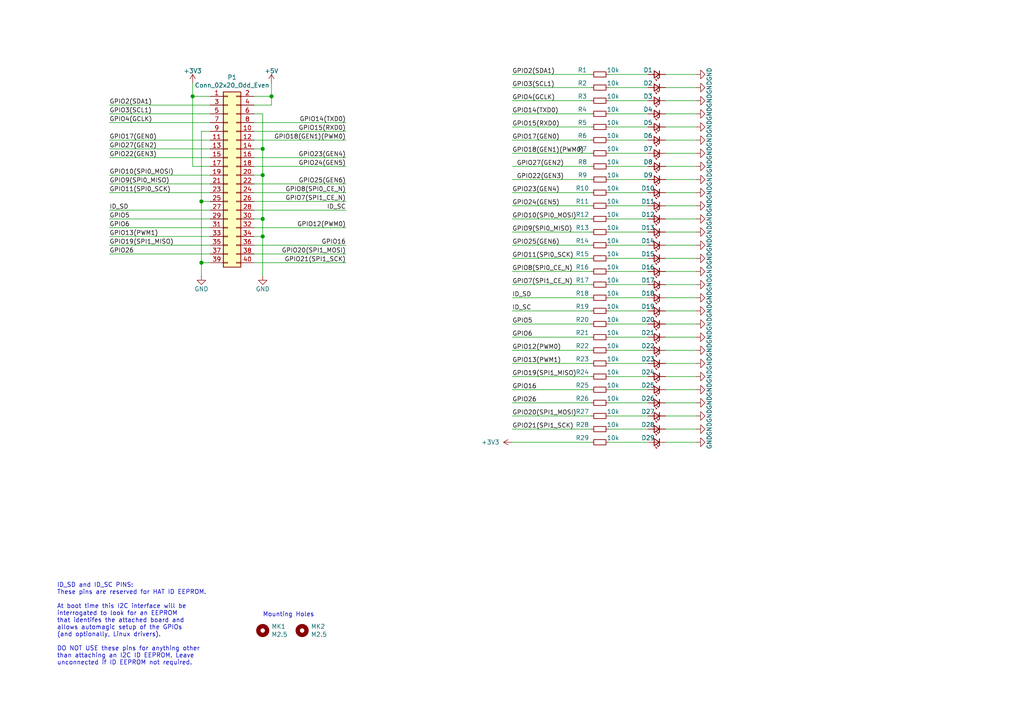
<source format=kicad_sch>
(kicad_sch (version 20211123) (generator eeschema)
  (paper "A4")
  (title_block (date "15 nov 2012"))
  (lib_symbols
    (symbol "Connector_Generic:Conn_02x20_Odd_Even" (pin_names (offset 1.016) hide)
      (property "Reference" "J" (at 1.27 25.4 0))
      (property "Value" "Conn_02x20_Odd_Even" (at 1.27 -27.94 0))
      (symbol "Conn_02x20_Odd_Even_1_1"
        (rectangle (start -1.27 -25.273) (end 0 -25.527) (stroke (width 0.1524)))
        (rectangle (start -1.27 -22.733) (end 0 -22.987) (stroke (width 0.1524)))
        (rectangle (start -1.27 -20.193) (end 0 -20.447) (stroke (width 0.1524)))
        (rectangle (start -1.27 -17.653) (end 0 -17.907) (stroke (width 0.1524)))
        (rectangle (start -1.27 -15.113) (end 0 -15.367) (stroke (width 0.1524)))
        (rectangle (start -1.27 -12.573) (end 0 -12.827) (stroke (width 0.1524)))
        (rectangle (start -1.27 -10.033) (end 0 -10.287) (stroke (width 0.1524)))
        (rectangle (start -1.27 -7.493) (end 0 -7.747) (stroke (width 0.1524)))
        (rectangle (start -1.27 -4.953) (end 0 -5.207) (stroke (width 0.1524)))
        (rectangle (start -1.27 -2.413) (end 0 -2.667) (stroke (width 0.1524)))
        (rectangle (start -1.27 0.127) (end 0 -0.127) (stroke (width 0.1524)))
        (rectangle (start -1.27 2.667) (end 0 2.413) (stroke (width 0.1524)))
        (rectangle (start -1.27 5.207) (end 0 4.953) (stroke (width 0.1524)))
        (rectangle (start -1.27 7.747) (end 0 7.493) (stroke (width 0.1524)))
        (rectangle (start -1.27 10.287) (end 0 10.033) (stroke (width 0.1524)))
        (rectangle (start -1.27 12.827) (end 0 12.573) (stroke (width 0.1524)))
        (rectangle (start -1.27 15.367) (end 0 15.113) (stroke (width 0.1524)))
        (rectangle (start -1.27 17.907) (end 0 17.653) (stroke (width 0.1524)))
        (rectangle (start -1.27 20.447) (end 0 20.193) (stroke (width 0.1524)))
        (rectangle (start -1.27 22.987) (end 0 22.733) (stroke (width 0.1524)))
        (rectangle (start -1.27 24.13) (end 3.81 -26.67) (stroke (width 0.254)) (fill (type background)))
        (rectangle (start 3.81 -25.273) (end 2.54 -25.527) (stroke (width 0.1524)))
        (rectangle (start 3.81 -22.733) (end 2.54 -22.987) (stroke (width 0.1524)))
        (rectangle (start 3.81 -20.193) (end 2.54 -20.447) (stroke (width 0.1524)))
        (rectangle (start 3.81 -17.653) (end 2.54 -17.907) (stroke (width 0.1524)))
        (rectangle (start 3.81 -15.113) (end 2.54 -15.367) (stroke (width 0.1524)))
        (rectangle (start 3.81 -12.573) (end 2.54 -12.827) (stroke (width 0.1524)))
        (rectangle (start 3.81 -10.033) (end 2.54 -10.287) (stroke (width 0.1524)))
        (rectangle (start 3.81 -7.493) (end 2.54 -7.747) (stroke (width 0.1524)))
        (rectangle (start 3.81 -4.953) (end 2.54 -5.207) (stroke (width 0.1524)))
        (rectangle (start 3.81 -2.413) (end 2.54 -2.667) (stroke (width 0.1524)))
        (rectangle (start 3.81 0.127) (end 2.54 -0.127) (stroke (width 0.1524)))
        (rectangle (start 3.81 2.667) (end 2.54 2.413) (stroke (width 0.1524)))
        (rectangle (start 3.81 5.207) (end 2.54 4.953) (stroke (width 0.1524)))
        (rectangle (start 3.81 7.747) (end 2.54 7.493) (stroke (width 0.1524)))
        (rectangle (start 3.81 10.287) (end 2.54 10.033) (stroke (width 0.1524)))
        (rectangle (start 3.81 12.827) (end 2.54 12.573) (stroke (width 0.1524)))
        (rectangle (start 3.81 15.367) (end 2.54 15.113) (stroke (width 0.1524)))
        (rectangle (start 3.81 17.907) (end 2.54 17.653) (stroke (width 0.1524)))
        (rectangle (start 3.81 20.447) (end 2.54 20.193) (stroke (width 0.1524)))
        (rectangle (start 3.81 22.987) (end 2.54 22.733) (stroke (width 0.1524)))
        (pin passive line (at -5.08 22.86 0) (length 3.81) (name "Pin_1") (number "1"))
        (pin passive line (at 7.62 12.7 180) (length 3.81) (name "Pin_10") (number "10"))
        (pin passive line (at -5.08 10.16 0) (length 3.81) (name "Pin_11") (number "11"))
        (pin passive line (at 7.62 10.16 180) (length 3.81) (name "Pin_12") (number "12"))
        (pin passive line (at -5.08 7.62 0) (length 3.81) (name "Pin_13") (number "13"))
        (pin passive line (at 7.62 7.62 180) (length 3.81) (name "Pin_14") (number "14"))
        (pin passive line (at -5.08 5.08 0) (length 3.81) (name "Pin_15") (number "15"))
        (pin passive line (at 7.62 5.08 180) (length 3.81) (name "Pin_16") (number "16"))
        (pin passive line (at -5.08 2.54 0) (length 3.81) (name "Pin_17") (number "17"))
        (pin passive line (at 7.62 2.54 180) (length 3.81) (name "Pin_18") (number "18"))
        (pin passive line (at -5.08 0 0) (length 3.81) (name "Pin_19") (number "19"))
        (pin passive line (at 7.62 22.86 180) (length 3.81) (name "Pin_2") (number "2"))
        (pin passive line (at 7.62 0 180) (length 3.81) (name "Pin_20") (number "20"))
        (pin passive line (at -5.08 -2.54 0) (length 3.81) (name "Pin_21") (number "21"))
        (pin passive line (at 7.62 -2.54 180) (length 3.81) (name "Pin_22") (number "22"))
        (pin passive line (at -5.08 -5.08 0) (length 3.81) (name "Pin_23") (number "23"))
        (pin passive line (at 7.62 -5.08 180) (length 3.81) (name "Pin_24") (number "24"))
        (pin passive line (at -5.08 -7.62 0) (length 3.81) (name "Pin_25") (number "25"))
        (pin passive line (at 7.62 -7.62 180) (length 3.81) (name "Pin_26") (number "26"))
        (pin passive line (at -5.08 -10.16 0) (length 3.81) (name "Pin_27") (number "27"))
        (pin passive line (at 7.62 -10.16 180) (length 3.81) (name "Pin_28") (number "28"))
        (pin passive line (at -5.08 -12.7 0) (length 3.81) (name "Pin_29") (number "29"))
        (pin passive line (at -5.08 20.32 0) (length 3.81) (name "Pin_3") (number "3"))
        (pin passive line (at 7.62 -12.7 180) (length 3.81) (name "Pin_30") (number "30"))
        (pin passive line (at -5.08 -15.24 0) (length 3.81) (name "Pin_31") (number "31"))
        (pin passive line (at 7.62 -15.24 180) (length 3.81) (name "Pin_32") (number "32"))
        (pin passive line (at -5.08 -17.78 0) (length 3.81) (name "Pin_33") (number "33"))
        (pin passive line (at 7.62 -17.78 180) (length 3.81) (name "Pin_34") (number "34"))
        (pin passive line (at -5.08 -20.32 0) (length 3.81) (name "Pin_35") (number "35"))
        (pin passive line (at 7.62 -20.32 180) (length 3.81) (name "Pin_36") (number "36"))
        (pin passive line (at -5.08 -22.86 0) (length 3.81) (name "Pin_37") (number "37"))
        (pin passive line (at 7.62 -22.86 180) (length 3.81) (name "Pin_38") (number "38"))
        (pin passive line (at -5.08 -25.4 0) (length 3.81) (name "Pin_39") (number "39"))
        (pin passive line (at 7.62 20.32 180) (length 3.81) (name "Pin_4") (number "4"))
        (pin passive line (at 7.62 -25.4 180) (length 3.81) (name "Pin_40") (number "40"))
        (pin passive line (at -5.08 17.78 0) (length 3.81) (name "Pin_5") (number "5"))
        (pin passive line (at 7.62 17.78 180) (length 3.81) (name "Pin_6") (number "6"))
        (pin passive line (at -5.08 15.24 0) (length 3.81) (name "Pin_7") (number "7"))
        (pin passive line (at 7.62 15.24 180) (length 3.81) (name "Pin_8") (number "8"))
        (pin passive line (at -5.08 12.7 0) (length 3.81) (name "Pin_9") (number "9"))
      )
    )
    (symbol "Device:LED_Small" (pin_numbers hide) (pin_names (offset 0.254) hide)
      (property "Reference" "D" (at -1.27 3.175 0))
      (property "Value" "LED_Small" (at -4.445 -2.54 0))
      (symbol "LED_Small_0_1"
        (polyline (pts (xy -0.762 -1.016) (xy -0.762 1.016)) (stroke (width 0.254)))
        (polyline (pts (xy 1.016 0) (xy -0.762 0)))
        (polyline (pts (xy 0.762 -1.016) (xy -0.762 0) (xy 0.762 1.016) (xy 0.762 -1.016)) (stroke (width 0.254)))
        (polyline (pts (xy 0 0.762) (xy -0.508 1.27) (xy -0.254 1.27) (xy -0.508 1.27) (xy -0.508 1.016)))
        (polyline (pts (xy 0.508 1.27) (xy 0 1.778) (xy 0.254 1.778) (xy 0 1.778) (xy 0 1.524)))
      )
      (symbol "LED_Small_1_1"
        (pin passive line (at -2.54 0 0) (length 1.778) (name "K") (number "1"))
        (pin passive line (at 2.54 0 180) (length 1.778) (name "A") (number "2"))
      )
    )
    (symbol "Device:R_Small" (pin_numbers hide) (pin_names (offset 0.254) hide)
      (property "Reference" "R" (at 0.762 0.508 0))
      (property "Value" "R_Small" (at 0.762 -1.016 0))
      (symbol "R_Small_0_1"
        (rectangle (start -0.762 1.778) (end 0.762 -1.778) (stroke (width 0.2032)))
      )
      (symbol "R_Small_1_1"
        (pin passive line (at 0 2.54 270) (length 0.762) (name "~") (number "1"))
        (pin passive line (at 0 -2.54 90) (length 0.762) (name "~") (number "2"))
      )
    )
    (symbol "Mechanical:MountingHole" (pin_names (offset 1.016))
      (property "Reference" "H" (at 0 5.08 0))
      (property "Value" "MountingHole" (at 0 3.175 0))
      (symbol "MountingHole_0_1"
        (circle (center 0 0) (radius 1.27) (stroke (width 1.27)))
      )
    )
    (symbol "power:+3.3V" (power) (pin_names (offset 0))
      (property "Value" "+3.3V" (at 0 3.556 0))
      (symbol "+3.3V_0_1"
        (polyline (pts (xy -0.762 1.27) (xy 0 2.54)))
        (polyline (pts (xy 0 0) (xy 0 2.54)))
        (polyline (pts (xy 0 2.54) (xy 0.762 1.27)))
      )
      (symbol "+3.3V_1_1"
        (pin power_in line (at 0 0 90) (length 0) hide (name "+3V3") (number "1"))
      )
    )
    (symbol "power:+5V" (power) (pin_names (offset 0))
      (property "Value" "+5V" (at 0 3.556 0))
      (symbol "+5V_0_1"
        (polyline (pts (xy -0.762 1.27) (xy 0 2.54)))
        (polyline (pts (xy 0 0) (xy 0 2.54)))
        (polyline (pts (xy 0 2.54) (xy 0.762 1.27)))
      )
      (symbol "+5V_1_1"
        (pin power_in line (at 0 0 90) (length 0) hide (name "+5V") (number "1"))
      )
    )
    (symbol "power:GND" (power) (pin_names (offset 0))
      (property "Value" "GND" (at 0 -3.81 0))
      (symbol "GND_0_1"
        (polyline (pts (xy 0 0) (xy 0 -1.27) (xy 1.27 -1.27) (xy 0 -2.54) (xy -1.27 -1.27) (xy 0 -1.27)))
      )
      (symbol "GND_1_1"
        (pin power_in line (at 0 0 270) (length 0) hide (name "GND") (number "1"))
      )
    )
  )
  (junction (at 55.88 27.94) (diameter 1.016))
  (junction (at 76.2 43.18) (diameter 1.016))
  (junction (at 58.42 58.42) (diameter 1.016))
  (junction (at 58.42 76.2) (diameter 1.016))
  (junction (at 76.2 68.58) (diameter 1.016))
  (junction (at 78.74 27.94) (diameter 1.016))
  (junction (at 76.2 63.5) (diameter 1.016))
  (junction (at 76.2 50.8) (diameter 1.016))
  (wire (pts (xy 176.53 93.98) (xy 187.96 93.98)))
  (wire (pts (xy 148.59 52.07) (xy 171.4808 52.07)))
  (wire (pts (xy 176.5608 48.26) (xy 187.9908 48.26)))
  (wire (pts (xy 176.53 120.65) (xy 187.96 120.65)))
  (wire (pts (xy 176.53 109.22) (xy 187.96 109.22)))
  (wire (pts (xy 55.88 27.94) (xy 60.96 27.94)))
  (wire (pts (xy 176.53 116.84) (xy 187.96 116.84)))
  (wire (pts (xy 193.04 90.17) (xy 201.93 90.17)))
  (wire (pts (xy 148.59 109.22) (xy 171.45 109.22)))
  (wire (pts (xy 73.66 71.12) (xy 100.33 71.12)))
  (wire (pts (xy 78.74 27.94) (xy 78.74 30.48)))
  (wire (pts (xy 193.04 29.21) (xy 201.93 29.21)))
  (wire (pts (xy 193.04 40.64) (xy 201.93 40.64)))
  (wire (pts (xy 176.53 78.74) (xy 187.96 78.74)))
  (wire (pts (xy 176.53 86.36) (xy 187.96 86.36)))
  (wire (pts (xy 176.53 25.4) (xy 187.96 25.4)))
  (wire (pts (xy 193.04 55.88) (xy 201.93 55.88)))
  (wire (pts (xy 148.59 40.64) (xy 171.45 40.64)))
  (wire (pts (xy 76.2 43.18) (xy 76.2 50.8)))
  (wire (pts (xy 193.04 120.65) (xy 201.93 120.65)))
  (wire (pts (xy 73.66 35.56) (xy 100.33 35.56)))
  (wire (pts (xy 176.53 90.17) (xy 187.96 90.17)))
  (wire (pts (xy 193.04 124.46) (xy 201.93 124.46)))
  (wire (pts (xy 148.59 71.12) (xy 171.45 71.12)))
  (wire (pts (xy 148.59 82.55) (xy 171.45 82.55)))
  (wire (pts (xy 193.04 101.6) (xy 201.93 101.6)))
  (wire (pts (xy 76.2 33.02) (xy 73.66 33.02)))
  (wire (pts (xy 73.66 66.04) (xy 100.33 66.04)))
  (wire (pts (xy 148.59 124.46) (xy 171.45 124.46)))
  (wire (pts (xy 31.75 53.34) (xy 60.96 53.34)))
  (wire (pts (xy 60.96 60.96) (xy 31.75 60.96)))
  (wire (pts (xy 148.59 67.31) (xy 171.45 67.31)))
  (wire (pts (xy 148.59 113.03) (xy 171.45 113.03)))
  (wire (pts (xy 76.2 43.18) (xy 73.66 43.18)))
  (wire (pts (xy 55.88 27.94) (xy 55.88 48.26)))
  (wire (pts (xy 31.75 63.5) (xy 60.96 63.5)))
  (wire (pts (xy 176.53 33.02) (xy 187.96 33.02)))
  (wire (pts (xy 176.53 63.5) (xy 187.96 63.5)))
  (wire (pts (xy 58.42 38.1) (xy 60.96 38.1)))
  (wire (pts (xy 193.04 128.27) (xy 201.93 128.27)))
  (wire (pts (xy 148.59 105.41) (xy 171.45 105.41)))
  (wire (pts (xy 76.2 50.8) (xy 73.66 50.8)))
  (wire (pts (xy 60.96 30.48) (xy 31.75 30.48)))
  (wire (pts (xy 73.66 76.2) (xy 100.33 76.2)))
  (wire (pts (xy 148.59 33.02) (xy 171.45 33.02)))
  (wire (pts (xy 176.53 59.69) (xy 187.96 59.69)))
  (wire (pts (xy 193.04 71.12) (xy 201.93 71.12)))
  (wire (pts (xy 176.53 29.21) (xy 187.96 29.21)))
  (wire (pts (xy 31.75 71.12) (xy 60.96 71.12)))
  (wire (pts (xy 31.75 45.72) (xy 60.96 45.72)))
  (wire (pts (xy 176.53 21.59) (xy 187.96 21.59)))
  (wire (pts (xy 148.59 120.65) (xy 171.45 120.65)))
  (wire (pts (xy 176.53 82.55) (xy 187.96 82.55)))
  (wire (pts (xy 193.04 21.59) (xy 201.93 21.59)))
  (wire (pts (xy 73.66 58.42) (xy 100.33 58.42)))
  (wire (pts (xy 31.75 73.66) (xy 60.96 73.66)))
  (wire (pts (xy 193.04 86.36) (xy 201.93 86.36)))
  (wire (pts (xy 148.59 78.74) (xy 171.45 78.74)))
  (wire (pts (xy 193.04 44.45) (xy 201.93 44.45)))
  (wire (pts (xy 73.66 48.26) (xy 100.33 48.26)))
  (wire (pts (xy 148.59 101.6) (xy 171.45 101.6)))
  (wire (pts (xy 55.88 48.26) (xy 60.96 48.26)))
  (wire (pts (xy 60.96 50.8) (xy 31.75 50.8)))
  (wire (pts (xy 31.75 33.02) (xy 60.96 33.02)))
  (wire (pts (xy 76.2 63.5) (xy 76.2 68.58)))
  (wire (pts (xy 58.42 58.42) (xy 58.42 76.2)))
  (wire (pts (xy 193.04 33.02) (xy 201.93 33.02)))
  (wire (pts (xy 193.04 105.41) (xy 201.93 105.41)))
  (wire (pts (xy 78.74 27.94) (xy 73.66 27.94)))
  (wire (pts (xy 193.04 78.74) (xy 201.93 78.74)))
  (wire (pts (xy 148.59 116.84) (xy 171.45 116.84)))
  (wire (pts (xy 78.74 30.48) (xy 73.66 30.48)))
  (wire (pts (xy 148.59 25.4) (xy 171.45 25.4)))
  (wire (pts (xy 193.0708 52.07) (xy 201.9608 52.07)))
  (wire (pts (xy 58.42 76.2) (xy 60.96 76.2)))
  (wire (pts (xy 193.04 82.55) (xy 201.93 82.55)))
  (wire (pts (xy 148.59 36.83) (xy 171.45 36.83)))
  (wire (pts (xy 148.59 74.93) (xy 171.45 74.93)))
  (wire (pts (xy 176.53 128.27) (xy 187.96 128.27)))
  (wire (pts (xy 58.42 38.1) (xy 58.42 58.42)))
  (wire (pts (xy 73.66 53.34) (xy 100.33 53.34)))
  (wire (pts (xy 176.53 40.64) (xy 187.96 40.64)))
  (wire (pts (xy 176.53 67.31) (xy 187.96 67.31)))
  (wire (pts (xy 193.04 113.03) (xy 201.93 113.03)))
  (wire (pts (xy 176.53 124.46) (xy 187.96 124.46)))
  (wire (pts (xy 148.59 29.21) (xy 171.45 29.21)))
  (wire (pts (xy 193.04 36.83) (xy 201.93 36.83)))
  (wire (pts (xy 148.6208 48.26) (xy 171.4808 48.26)))
  (wire (pts (xy 193.04 93.98) (xy 201.93 93.98)))
  (wire (pts (xy 148.59 44.45) (xy 171.45 44.45)))
  (wire (pts (xy 148.59 21.59) (xy 171.45 21.59)))
  (wire (pts (xy 76.2 33.02) (xy 76.2 43.18)))
  (wire (pts (xy 76.2 63.5) (xy 73.66 63.5)))
  (wire (pts (xy 176.5608 52.07) (xy 187.9908 52.07)))
  (wire (pts (xy 176.53 71.12) (xy 187.96 71.12)))
  (wire (pts (xy 193.04 67.31) (xy 201.93 67.31)))
  (wire (pts (xy 148.59 55.88) (xy 171.45 55.88)))
  (wire (pts (xy 76.2 68.58) (xy 76.2 80.01)))
  (wire (pts (xy 193.04 25.4) (xy 201.93 25.4)))
  (wire (pts (xy 31.75 55.88) (xy 60.96 55.88)))
  (wire (pts (xy 76.2 68.58) (xy 73.66 68.58)))
  (wire (pts (xy 31.75 66.04) (xy 60.96 66.04)))
  (wire (pts (xy 31.75 35.56) (xy 60.96 35.56)))
  (wire (pts (xy 176.53 74.93) (xy 187.96 74.93)))
  (wire (pts (xy 176.53 105.41) (xy 187.96 105.41)))
  (wire (pts (xy 193.04 74.93) (xy 201.93 74.93)))
  (wire (pts (xy 176.53 55.88) (xy 187.96 55.88)))
  (wire (pts (xy 31.75 43.18) (xy 60.96 43.18)))
  (wire (pts (xy 58.42 76.2) (xy 58.42 80.01)))
  (wire (pts (xy 76.2 50.8) (xy 76.2 63.5)))
  (wire (pts (xy 73.66 38.1) (xy 100.33 38.1)))
  (wire (pts (xy 193.04 116.84) (xy 201.93 116.84)))
  (wire (pts (xy 193.0708 48.26) (xy 201.9608 48.26)))
  (wire (pts (xy 148.59 93.98) (xy 171.45 93.98)))
  (wire (pts (xy 73.66 60.96) (xy 100.33 60.96)))
  (wire (pts (xy 148.59 63.5) (xy 171.45 63.5)))
  (wire (pts (xy 176.53 101.6) (xy 187.96 101.6)))
  (wire (pts (xy 55.88 24.13) (xy 55.88 27.94)))
  (wire (pts (xy 73.66 40.64) (xy 100.33 40.64)))
  (wire (pts (xy 148.59 97.79) (xy 171.45 97.79)))
  (wire (pts (xy 73.66 55.88) (xy 100.33 55.88)))
  (wire (pts (xy 193.04 59.69) (xy 201.93 59.69)))
  (wire (pts (xy 148.59 128.27) (xy 171.45 128.27)))
  (wire (pts (xy 73.66 45.72) (xy 100.33 45.72)))
  (wire (pts (xy 60.96 40.64) (xy 31.75 40.64)))
  (wire (pts (xy 148.59 86.36) (xy 171.45 86.36)))
  (wire (pts (xy 73.66 73.66) (xy 100.33 73.66)))
  (wire (pts (xy 176.53 113.03) (xy 187.96 113.03)))
  (wire (pts (xy 58.42 58.42) (xy 60.96 58.42)))
  (wire (pts (xy 78.74 24.13) (xy 78.74 27.94)))
  (wire (pts (xy 176.53 44.45) (xy 187.96 44.45)))
  (wire (pts (xy 193.04 109.22) (xy 201.93 109.22)))
  (wire (pts (xy 193.04 63.5) (xy 201.93 63.5)))
  (wire (pts (xy 148.59 59.69) (xy 171.45 59.69)))
  (wire (pts (xy 148.59 90.17) (xy 171.45 90.17)))
  (wire (pts (xy 176.53 36.83) (xy 187.96 36.83)))
  (wire (pts (xy 193.04 97.79) (xy 201.93 97.79)))
  (wire (pts (xy 60.96 68.58) (xy 31.75 68.58)))
  (wire (pts (xy 176.53 97.79) (xy 187.96 97.79)))
  (text "ID_SD and ID_SC PINS:\nThese pins are reserved for HAT ID EEPROM.\n\nAt boot time this I2C interface will be\ninterrogated to look for an EEPROM\nthat identifes the attached board and\nallows automagic setup of the GPIOs\n(and optionally, Linux drivers).\n\nDO NOT USE these pins for anything other\nthan attaching an I2C ID EEPROM. Leave\nunconnected if ID EEPROM not required." (at 16.51 193.04 0) (effects (font (size 1.27 1.27)) (justify left bottom)))
  (text "Mounting Holes" (at 76.2 179.07 0) (effects (font (size 1.27 1.27)) (justify left bottom)))
  (label "GPIO7(SPI1_CE_N)" (at 148.59 82.55 0))
  (label "GPIO5" (at 31.75 63.5 0))
  (label "GPIO13(PWM1)" (at 31.75 68.58 0))
  (label "GPIO7(SPI1_CE_N)" (at 100.33 58.42 180))
  (label "ID_SC" (at 148.59 90.17 0))
  (label "GPIO25(GEN6)" (at 100.33 53.34 180))
  (label "GPIO27(GEN2)" (at 149.86 48.26 0))
  (label "ID_SD" (at 31.75 60.96 0))
  (label "GPIO17(GEN0)" (at 31.75 40.64 0))
  (label "ID_SD" (at 148.59 86.36 0))
  (label "GPIO8(SPI0_CE_N)" (at 148.59 78.74 0))
  (label "GPIO20(SPI1_MOSI)" (at 100.33 73.66 180))
  (label "GPIO15(RXD0)" (at 100.33 38.1 180))
  (label "ID_SC" (at 100.33 60.96 180))
  (label "GPIO2(SDA1)" (at 148.59 21.59 0))
  (label "GPIO23(GEN4)" (at 148.59 55.88 0))
  (label "GPIO10(SPI0_MOSI)" (at 148.59 63.5 0))
  (label "GPIO4(GCLK)" (at 31.75 35.56 0))
  (label "GPIO20(SPI1_MOSI)" (at 148.59 120.65 0))
  (label "GPIO19(SPI1_MISO)" (at 31.75 71.12 0))
  (label "GPIO16" (at 100.33 71.12 180))
  (label "GPIO21(SPI1_SCK)" (at 100.33 76.2 180))
  (label "GPIO14(TXD0)" (at 100.33 35.56 180))
  (label "GPIO3(SCL1)" (at 148.59 25.4 0))
  (label "GPIO3(SCL1)" (at 31.75 33.02 0))
  (label "GPIO8(SPI0_CE_N)" (at 100.33 55.88 180))
  (label "GPIO26" (at 148.59 116.84 0))
  (label "GPIO6" (at 31.75 66.04 0))
  (label "GPIO24(GEN5)" (at 148.59 59.69 0))
  (label "GPIO5" (at 148.59 93.98 0))
  (label "GPIO27(GEN2)" (at 31.75 43.18 0))
  (label "GPIO26" (at 31.75 73.66 0))
  (label "GPIO16" (at 148.59 113.03 0))
  (label "GPIO4(GCLK)" (at 148.59 29.21 0))
  (label "GPIO6" (at 148.59 97.79 0))
  (label "GPIO9(SPI0_MISO)" (at 148.59 67.31 0))
  (label "GPIO24(GEN5)" (at 100.33 48.26 180))
  (label "GPIO18(GEN1)(PWM0)" (at 100.33 40.64 180))
  (label "GPIO23(GEN4)" (at 100.33 45.72 180))
  (label "GPIO9(SPI0_MISO)" (at 31.75 53.34 0))
  (label "GPIO22(GEN3)" (at 149.86 52.07 0))
  (label "GPIO10(SPI0_MOSI)" (at 31.75 50.8 0))
  (label "GPIO11(SPI0_SCK)" (at 148.59 74.93 0))
  (label "GPIO18(GEN1)(PWM0)" (at 148.59 44.45 0))
  (label "GPIO12(PWM0)" (at 100.33 66.04 180))
  (label "GPIO14(TXD0)" (at 148.59 33.02 0))
  (label "GPIO17(GEN0)" (at 148.59 40.64 0))
  (label "GPIO21(SPI1_SCK)" (at 148.59 124.46 0))
  (label "GPIO2(SDA1)" (at 31.75 30.48 0))
  (label "GPIO13(PWM1)" (at 148.59 105.41 0))
  (label "GPIO22(GEN3)" (at 31.75 45.72 0))
  (label "GPIO25(GEN6)" (at 148.59 71.12 0))
  (label "GPIO11(SPI0_SCK)" (at 31.75 55.88 0))
  (label "GPIO12(PWM0)" (at 148.59 101.6 0))
  (label "GPIO15(RXD0)" (at 148.59 36.83 0))
  (label "GPIO19(SPI1_MISO)" (at 148.59 109.22 0))
  (symbol (lib_id "power:+5V") (at 78.74 24.13 0) (unit 1)
    (property "Reference" "#PWR03" (effects hide))
    (property "Value" "+5V" (at 78.74 20.574 0))
  )
  (symbol (lib_id "power:+3.3V") (at 55.88 24.13 0) (unit 1)
    (property "Reference" "#PWR02" (effects hide))
    (property "Value" "+3.3V" (at 55.88 20.574 0))
  )
  (symbol (lib_id "power:GND") (at 76.2 80.01 0) (unit 1)
    (property "Reference" "#PWR020" (effects hide))
    (property "Value" "GND" (at 76.2 83.82 0))
  )
  (symbol (lib_id "power:GND") (at 58.42 80.01 0) (unit 1)
    (property "Reference" "#PWR019" (effects hide))
    (property "Value" "GND" (at 58.42 83.82 0))
  )
  (symbol (lib_id "Mechanical:MountingHole") (at 76.2 182.88 0) (unit 1)
    (property "Reference" "MK1" (at 78.74 181.7116 0) (effects (justify left)))
    (property "Value" "M2.5" (at 78.74 184.023 0) (effects (justify left)))
    (property "Footprint" "MountingHole:MountingHole_2.7mm_M2.5" (effects hide))
  )
  (symbol (lib_id "Mechanical:MountingHole") (at 87.63 182.88 0) (unit 1)
    (property "Reference" "MK2" (at 90.17 181.7116 0) (effects (justify left)))
    (property "Value" "M2.5" (at 90.17 184.023 0) (effects (justify left)))
    (property "Footprint" "MountingHole:MountingHole_2.7mm_M2.5" (effects hide))
  )
  (symbol (lib_id "Connector_Generic:Conn_02x20_Odd_Even") (at 66.04 50.8 0) (unit 1)
    (property "Reference" "P1" (at 67.31 22.4282 0))
    (property "Value" "Conn_02x20_Odd_Even" (at 67.31 24.7396 0))
    (property "Footprint" "Connector_PinSocket_2.54mm:PinSocket_2x20_P2.54mm_Vertical" (effects hide))
  )
  (symbol (lib_id "power:GND") (at 201.93 40.64 90) (unit 1)
    (property "Reference" "#PWR08" (effects hide))
    (property "Value" "GND" (at 205.74 40.64 0))
  )
  (symbol (lib_id "Device:R_Small") (at 173.99 67.31 90) (unit 1)
    (property "Reference" "R13" (at 168.91 66.04 90))
    (property "Value" "10k" (at 177.8 66.04 90))
    (property "Footprint" "Resistor_SMD:R_0805_2012Metric" (effects hide))
    (property "LCSC" "C17724" (effects hide))
  )
  (symbol (lib_id "Device:R_Small") (at 173.99 59.69 90) (unit 1)
    (property "Reference" "R11" (at 168.91 58.42 90))
    (property "Value" "10k" (at 177.8 58.42 90))
    (property "Footprint" "Resistor_SMD:R_0805_2012Metric" (effects hide))
    (property "LCSC" "C17724" (effects hide))
  )
  (symbol (lib_id "Device:R_Small") (at 173.99 71.12 90) (unit 1)
    (property "Reference" "R14" (at 168.91 69.85 90))
    (property "Value" "10k" (at 177.8 69.85 90))
    (property "Footprint" "Resistor_SMD:R_0805_2012Metric" (effects hide))
    (property "LCSC" "C17724" (effects hide))
  )
  (symbol (lib_id "Device:R_Small") (at 173.99 120.65 90) (unit 1)
    (property "Reference" "R27" (at 168.91 119.38 90))
    (property "Value" "10k" (at 177.8 119.38 90))
    (property "Footprint" "Resistor_SMD:R_0805_2012Metric" (effects hide))
    (property "LCSC" "C17724" (effects hide))
  )
  (symbol (lib_id "Device:LED_Small") (at 190.5 21.59 180) (unit 1)
    (property "Reference" "D1" (at 187.96 20.32 0))
    (property "Value" "Yellow" (effects hide))
    (property "Footprint" "LED_SMD:LED_0805_2012Metric" (effects hide))
    (property "LCSC" "C2296" (effects hide))
  )
  (symbol (lib_id "Device:LED_Small") (at 190.5 101.6 180) (unit 1)
    (property "Reference" "D22" (at 187.96 100.33 0))
    (property "Value" "Yellow" (effects hide))
    (property "Footprint" "LED_SMD:LED_0805_2012Metric" (effects hide))
    (property "LCSC" "C2296" (effects hide))
  )
  (symbol (lib_id "power:GND") (at 201.93 86.36 90) (unit 1)
    (property "Reference" "#PWR022" (effects hide))
    (property "Value" "GND" (at 205.74 86.36 0))
  )
  (symbol (lib_id "power:GND") (at 201.93 97.79 90) (unit 1)
    (property "Reference" "#PWR025" (effects hide))
    (property "Value" "GND" (at 205.74 97.79 0))
  )
  (symbol (lib_id "power:GND") (at 201.93 67.31 90) (unit 1)
    (property "Reference" "#PWR015" (effects hide))
    (property "Value" "GND" (at 205.74 67.31 0))
  )
  (symbol (lib_id "Device:LED_Small") (at 190.5 93.98 180) (unit 1)
    (property "Reference" "D20" (at 187.96 92.71 0))
    (property "Value" "Yellow" (effects hide))
    (property "Footprint" "LED_SMD:LED_0805_2012Metric" (effects hide))
    (property "LCSC" "C2296" (effects hide))
  )
  (symbol (lib_id "power:GND") (at 201.93 59.69 90) (unit 1)
    (property "Reference" "#PWR013" (effects hide))
    (property "Value" "GND" (at 205.74 59.69 0))
  )
  (symbol (lib_id "Device:R_Small") (at 173.99 63.5 90) (unit 1)
    (property "Reference" "R12" (at 168.91 62.23 90))
    (property "Value" "10k" (at 177.8 62.23 90))
    (property "Footprint" "Resistor_SMD:R_0805_2012Metric" (effects hide))
    (property "LCSC" "C17724" (effects hide))
  )
  (symbol (lib_id "Device:R_Small") (at 173.99 25.4 90) (unit 1)
    (property "Reference" "R2" (at 168.91 24.13 90))
    (property "Value" "10k" (at 177.8 24.13 90))
    (property "Footprint" "Resistor_SMD:R_0805_2012Metric" (effects hide))
    (property "LCSC" "C17724" (effects hide))
  )
  (symbol (lib_id "Device:LED_Small") (at 190.5 113.03 180) (unit 1)
    (property "Reference" "D25" (at 187.96 111.76 0))
    (property "Value" "Yellow" (effects hide))
    (property "Footprint" "LED_SMD:LED_0805_2012Metric" (effects hide))
    (property "LCSC" "C2296" (effects hide))
  )
  (symbol (lib_id "power:GND") (at 201.93 128.27 90) (unit 1)
    (property "Reference" "#PWR034" (effects hide))
    (property "Value" "GND" (at 205.74 128.27 0))
  )
  (symbol (lib_id "power:GND") (at 201.93 74.93 90) (unit 1)
    (property "Reference" "#PWR017" (effects hide))
    (property "Value" "GND" (at 205.74 74.93 0))
  )
  (symbol (lib_id "Device:R_Small") (at 174.0208 48.26 90) (unit 1)
    (property "Reference" "R8" (at 168.9408 46.99 90))
    (property "Value" "10k" (at 177.8308 46.99 90))
    (property "Footprint" "Resistor_SMD:R_0805_2012Metric" (effects hide))
    (property "LCSC" "C17724" (effects hide))
  )
  (symbol (lib_id "Device:R_Small") (at 173.99 55.88 90) (unit 1)
    (property "Reference" "R10" (at 168.91 54.61 90))
    (property "Value" "10k" (at 177.8 54.61 90))
    (property "Footprint" "Resistor_SMD:R_0805_2012Metric" (effects hide))
    (property "LCSC" "C17724" (effects hide))
  )
  (symbol (lib_id "Device:LED_Small") (at 190.5 120.65 180) (unit 1)
    (property "Reference" "D27" (at 187.96 119.38 0))
    (property "Value" "Yellow" (effects hide))
    (property "Footprint" "LED_SMD:LED_0805_2012Metric" (effects hide))
    (property "LCSC" "C2296" (effects hide))
  )
  (symbol (lib_id "Device:R_Small") (at 173.99 44.45 90) (unit 1)
    (property "Reference" "R7" (at 168.91 43.18 90))
    (property "Value" "10k" (at 177.8 43.18 90))
    (property "Footprint" "Resistor_SMD:R_0805_2012Metric" (effects hide))
    (property "LCSC" "C17724" (effects hide))
  )
  (symbol (lib_id "power:GND") (at 201.93 101.6 90) (unit 1)
    (property "Reference" "#PWR026" (effects hide))
    (property "Value" "GND" (at 205.74 101.6 0))
  )
  (symbol (lib_id "Device:R_Small") (at 173.99 97.79 90) (unit 1)
    (property "Reference" "R21" (at 168.91 96.52 90))
    (property "Value" "10k" (at 177.8 96.52 90))
    (property "Footprint" "Resistor_SMD:R_0805_2012Metric" (effects hide))
    (property "LCSC" "C17724" (effects hide))
  )
  (symbol (lib_id "power:GND") (at 201.93 116.84 90) (unit 1)
    (property "Reference" "#PWR030" (effects hide))
    (property "Value" "GND" (at 205.74 116.84 0))
  )
  (symbol (lib_id "Device:R_Small") (at 173.99 82.55 90) (unit 1)
    (property "Reference" "R17" (at 168.91 81.28 90))
    (property "Value" "10k" (at 177.8 81.28 90))
    (property "Footprint" "Resistor_SMD:R_0805_2012Metric" (effects hide))
    (property "LCSC" "C17724" (effects hide))
  )
  (symbol (lib_id "power:GND") (at 201.93 29.21 90) (unit 1)
    (property "Reference" "#PWR05" (effects hide))
    (property "Value" "GND" (at 205.74 29.21 0))
  )
  (symbol (lib_id "power:GND") (at 201.93 55.88 90) (unit 1)
    (property "Reference" "#PWR012" (effects hide))
    (property "Value" "GND" (at 205.74 55.88 0))
  )
  (symbol (lib_id "Device:R_Small") (at 173.99 116.84 90) (unit 1)
    (property "Reference" "R26" (at 168.91 115.57 90))
    (property "Value" "10k" (at 177.8 115.57 90))
    (property "Footprint" "Resistor_SMD:R_0805_2012Metric" (effects hide))
    (property "LCSC" "C17724" (effects hide))
  )
  (symbol (lib_id "Device:LED_Small") (at 190.5 40.64 180) (unit 1)
    (property "Reference" "D6" (at 187.96 39.37 0))
    (property "Value" "Yellow" (effects hide))
    (property "Footprint" "LED_SMD:LED_0805_2012Metric" (effects hide))
    (property "LCSC" "C2296" (effects hide))
  )
  (symbol (lib_id "Device:R_Small") (at 173.99 86.36 90) (unit 1)
    (property "Reference" "R18" (at 168.91 85.09 90))
    (property "Value" "10k" (at 177.8 85.09 90))
    (property "Footprint" "Resistor_SMD:R_0805_2012Metric" (effects hide))
    (property "LCSC" "C17724" (effects hide))
  )
  (symbol (lib_id "Device:LED_Small") (at 190.5 97.79 180) (unit 1)
    (property "Reference" "D21" (at 187.96 96.52 0))
    (property "Value" "Yellow" (effects hide))
    (property "Footprint" "LED_SMD:LED_0805_2012Metric" (effects hide))
    (property "LCSC" "C2296" (effects hide))
  )
  (symbol (lib_id "power:GND") (at 201.93 120.65 90) (unit 1)
    (property "Reference" "#PWR031" (effects hide))
    (property "Value" "GND" (at 205.74 120.65 0))
  )
  (symbol (lib_id "Device:LED_Small") (at 190.5 71.12 180) (unit 1)
    (property "Reference" "D14" (at 187.96 69.85 0))
    (property "Value" "Yellow" (effects hide))
    (property "Footprint" "LED_SMD:LED_0805_2012Metric" (effects hide))
    (property "LCSC" "C2296" (effects hide))
  )
  (symbol (lib_id "Device:LED_Small") (at 190.5 25.4 180) (unit 1)
    (property "Reference" "D2" (at 187.96 24.13 0))
    (property "Value" "Yellow" (effects hide))
    (property "Footprint" "LED_SMD:LED_0805_2012Metric" (effects hide))
    (property "LCSC" "C2296" (effects hide))
  )
  (symbol (lib_id "Device:R_Small") (at 173.99 101.6 90) (unit 1)
    (property "Reference" "R22" (at 168.91 100.33 90))
    (property "Value" "10k" (at 177.8 100.33 90))
    (property "Footprint" "Resistor_SMD:R_0805_2012Metric" (effects hide))
    (property "LCSC" "C17724" (effects hide))
  )
  (symbol (lib_id "Device:LED_Small") (at 190.5 124.46 180) (unit 1)
    (property "Reference" "D28" (at 187.96 123.19 0))
    (property "Value" "Yellow" (effects hide))
    (property "Footprint" "LED_SMD:LED_0805_2012Metric" (effects hide))
    (property "LCSC" "C2296" (effects hide))
  )
  (symbol (lib_id "Device:LED_Small") (at 190.5308 48.26 180) (unit 1)
    (property "Reference" "D8" (at 187.9908 46.99 0))
    (property "Value" "Yellow" (effects hide))
    (property "Footprint" "LED_SMD:LED_0805_2012Metric" (effects hide))
    (property "LCSC" "C2296" (effects hide))
  )
  (symbol (lib_id "Device:LED_Small") (at 190.5 109.22 180) (unit 1)
    (property "Reference" "D24" (at 187.96 107.95 0))
    (property "Value" "Yellow" (effects hide))
    (property "Footprint" "LED_SMD:LED_0805_2012Metric" (effects hide))
    (property "LCSC" "C2296" (effects hide))
  )
  (symbol (lib_id "power:GND") (at 201.93 21.59 90) (unit 1)
    (property "Reference" "#PWR01" (effects hide))
    (property "Value" "GND" (at 205.74 21.59 0))
  )
  (symbol (lib_id "Device:LED_Small") (at 190.5 105.41 180) (unit 1)
    (property "Reference" "D23" (at 187.96 104.14 0))
    (property "Value" "Yellow" (effects hide))
    (property "Footprint" "LED_SMD:LED_0805_2012Metric" (effects hide))
    (property "LCSC" "C2296" (effects hide))
  )
  (symbol (lib_id "Device:LED_Small") (at 190.5 74.93 180) (unit 1)
    (property "Reference" "D15" (at 187.96 73.66 0))
    (property "Value" "Yellow" (effects hide))
    (property "Footprint" "LED_SMD:LED_0805_2012Metric" (effects hide))
    (property "LCSC" "C2296" (effects hide))
  )
  (symbol (lib_id "Device:LED_Small") (at 190.5 55.88 180) (unit 1)
    (property "Reference" "D10" (at 187.96 54.61 0))
    (property "Value" "Yellow" (effects hide))
    (property "Footprint" "LED_SMD:LED_0805_2012Metric" (effects hide))
    (property "LCSC" "C2296" (effects hide))
  )
  (symbol (lib_id "power:+3.3V") (at 148.59 128.27 90) (unit 1)
    (property "Reference" "#PWR033" (effects hide))
    (property "Value" "+3.3V" (at 142.24 128.27 90))
  )
  (symbol (lib_id "Device:LED_Small") (at 190.5 82.55 180) (unit 1)
    (property "Reference" "D17" (at 187.96 81.28 0))
    (property "Value" "Yellow" (effects hide))
    (property "Footprint" "LED_SMD:LED_0805_2012Metric" (effects hide))
    (property "LCSC" "C2296" (effects hide))
  )
  (symbol (lib_id "power:GND") (at 201.93 44.45 90) (unit 1)
    (property "Reference" "#PWR09" (effects hide))
    (property "Value" "GND" (at 205.74 44.45 0))
  )
  (symbol (lib_id "Device:R_Small") (at 173.99 113.03 90) (unit 1)
    (property "Reference" "R25" (at 168.91 111.76 90))
    (property "Value" "10k" (at 177.8 111.76 90))
    (property "Footprint" "Resistor_SMD:R_0805_2012Metric" (effects hide))
    (property "LCSC" "C17724" (effects hide))
  )
  (symbol (lib_id "Device:R_Small") (at 173.99 29.21 90) (unit 1)
    (property "Reference" "R3" (at 168.91 27.94 90))
    (property "Value" "10k" (at 177.8 27.94 90))
    (property "Footprint" "Resistor_SMD:R_0805_2012Metric" (effects hide))
    (property "LCSC" "C17724" (effects hide))
  )
  (symbol (lib_id "power:GND") (at 201.9608 52.07 90) (unit 1)
    (property "Reference" "#PWR011" (effects hide))
    (property "Value" "GND" (at 205.7708 52.07 0))
  )
  (symbol (lib_id "Device:R_Small") (at 174.0208 52.07 90) (unit 1)
    (property "Reference" "R9" (at 168.9408 50.8 90))
    (property "Value" "10k" (at 177.8308 50.8 90))
    (property "Footprint" "Resistor_SMD:R_0805_2012Metric" (effects hide))
    (property "LCSC" "C17724" (effects hide))
  )
  (symbol (lib_id "Device:R_Small") (at 173.99 40.64 90) (unit 1)
    (property "Reference" "R6" (at 168.91 39.37 90))
    (property "Value" "10k" (at 177.8 39.37 90))
    (property "Footprint" "Resistor_SMD:R_0805_2012Metric" (effects hide))
    (property "LCSC" "C17724" (effects hide))
  )
  (symbol (lib_id "Device:LED_Small") (at 190.5 128.27 180) (unit 1)
    (property "Reference" "D29" (at 187.96 127 0))
    (property "Value" "Yellow" (effects hide))
    (property "Footprint" "LED_SMD:LED_0805_2012Metric" (effects hide))
    (property "LCSC" "C2296" (effects hide))
  )
  (symbol (lib_id "Device:LED_Small") (at 190.5 33.02 180) (unit 1)
    (property "Reference" "D4" (at 187.96 31.75 0))
    (property "Value" "Yellow" (effects hide))
    (property "Footprint" "LED_SMD:LED_0805_2012Metric" (effects hide))
    (property "LCSC" "C2296" (effects hide))
  )
  (symbol (lib_id "Device:R_Small") (at 173.99 78.74 90) (unit 1)
    (property "Reference" "R16" (at 168.91 77.47 90))
    (property "Value" "10k" (at 177.8 77.47 90))
    (property "Footprint" "Resistor_SMD:R_0805_2012Metric" (effects hide))
    (property "LCSC" "C17724" (effects hide))
  )
  (symbol (lib_id "power:GND") (at 201.93 105.41 90) (unit 1)
    (property "Reference" "#PWR027" (effects hide))
    (property "Value" "GND" (at 205.74 105.41 0))
  )
  (symbol (lib_id "Device:R_Small") (at 173.99 74.93 90) (unit 1)
    (property "Reference" "R15" (at 168.91 73.66 90))
    (property "Value" "10k" (at 177.8 73.66 90))
    (property "Footprint" "Resistor_SMD:R_0805_2012Metric" (effects hide))
    (property "LCSC" "C17724" (effects hide))
  )
  (symbol (lib_id "Device:LED_Small") (at 190.5 29.21 180) (unit 1)
    (property "Reference" "D3" (at 187.96 27.94 0))
    (property "Value" "Yellow" (effects hide))
    (property "Footprint" "LED_SMD:LED_0805_2012Metric" (effects hide))
    (property "LCSC" "C2296" (effects hide))
  )
  (symbol (lib_id "power:GND") (at 201.93 36.83 90) (unit 1)
    (property "Reference" "#PWR07" (effects hide))
    (property "Value" "GND" (at 205.74 36.83 0))
  )
  (symbol (lib_id "Device:LED_Small") (at 190.5 36.83 180) (unit 1)
    (property "Reference" "D5" (at 187.96 35.56 0))
    (property "Value" "Yellow" (effects hide))
    (property "Footprint" "LED_SMD:LED_0805_2012Metric" (effects hide))
    (property "LCSC" "C2296" (effects hide))
  )
  (symbol (lib_id "power:GND") (at 201.93 78.74 90) (unit 1)
    (property "Reference" "#PWR018" (effects hide))
    (property "Value" "GND" (at 205.74 78.74 0))
  )
  (symbol (lib_id "Device:LED_Small") (at 190.5 63.5 180) (unit 1)
    (property "Reference" "D12" (at 187.96 62.23 0))
    (property "Value" "Yellow" (effects hide))
    (property "Footprint" "LED_SMD:LED_0805_2012Metric" (effects hide))
    (property "LCSC" "C2296" (effects hide))
  )
  (symbol (lib_id "Device:R_Small") (at 173.99 90.17 90) (unit 1)
    (property "Reference" "R19" (at 168.91 88.9 90))
    (property "Value" "10k" (at 177.8 88.9 90))
    (property "Footprint" "Resistor_SMD:R_0805_2012Metric" (effects hide))
    (property "LCSC" "C17724" (effects hide))
  )
  (symbol (lib_id "Device:R_Small") (at 173.99 33.02 90) (unit 1)
    (property "Reference" "R4" (at 168.91 31.75 90))
    (property "Value" "10k" (at 177.8 31.75 90))
    (property "Footprint" "Resistor_SMD:R_0805_2012Metric" (effects hide))
    (property "LCSC" "C17724" (effects hide))
  )
  (symbol (lib_id "power:GND") (at 201.93 25.4 90) (unit 1)
    (property "Reference" "#PWR04" (effects hide))
    (property "Value" "GND" (at 205.74 25.4 0))
  )
  (symbol (lib_id "Device:R_Small") (at 173.99 93.98 90) (unit 1)
    (property "Reference" "R20" (at 168.91 92.71 90))
    (property "Value" "10k" (at 177.8 92.71 90))
    (property "Footprint" "Resistor_SMD:R_0805_2012Metric" (effects hide))
    (property "LCSC" "C17724" (effects hide))
  )
  (symbol (lib_id "power:GND") (at 201.93 124.46 90) (unit 1)
    (property "Reference" "#PWR032" (effects hide))
    (property "Value" "GND" (at 205.74 124.46 0))
  )
  (symbol (lib_id "Device:LED_Small") (at 190.5 78.74 180) (unit 1)
    (property "Reference" "D16" (at 187.96 77.47 0))
    (property "Value" "Yellow" (effects hide))
    (property "Footprint" "LED_SMD:LED_0805_2012Metric" (effects hide))
    (property "LCSC" "C2296" (effects hide))
  )
  (symbol (lib_id "power:GND") (at 201.93 109.22 90) (unit 1)
    (property "Reference" "#PWR028" (effects hide))
    (property "Value" "GND" (at 205.74 109.22 0))
  )
  (symbol (lib_id "power:GND") (at 201.93 113.03 90) (unit 1)
    (property "Reference" "#PWR029" (effects hide))
    (property "Value" "GND" (at 205.74 113.03 0))
  )
  (symbol (lib_id "power:GND") (at 201.93 82.55 90) (unit 1)
    (property "Reference" "#PWR021" (effects hide))
    (property "Value" "GND" (at 205.74 82.55 0))
  )
  (symbol (lib_id "Device:LED_Small") (at 190.5308 52.07 180) (unit 1)
    (property "Reference" "D9" (at 187.9908 50.8 0))
    (property "Value" "Yellow" (effects hide))
    (property "Footprint" "LED_SMD:LED_0805_2012Metric" (effects hide))
    (property "LCSC" "C2296" (effects hide))
  )
  (symbol (lib_id "Device:R_Small") (at 173.99 21.59 90) (unit 1)
    (property "Reference" "R1" (at 168.91 20.32 90))
    (property "Value" "10k" (at 177.8 20.32 90))
    (property "Footprint" "Resistor_SMD:R_0805_2012Metric" (effects hide))
    (property "LCSC" "C17724" (effects hide))
  )
  (symbol (lib_id "Device:LED_Small") (at 190.5 86.36 180) (unit 1)
    (property "Reference" "D18" (at 187.96 85.09 0))
    (property "Value" "Yellow" (effects hide))
    (property "Footprint" "LED_SMD:LED_0805_2012Metric" (effects hide))
    (property "LCSC" "C2296" (effects hide))
  )
  (symbol (lib_id "Device:LED_Small") (at 190.5 44.45 180) (unit 1)
    (property "Reference" "D7" (at 187.96 43.18 0))
    (property "Value" "Yellow" (effects hide))
    (property "Footprint" "LED_SMD:LED_0805_2012Metric" (effects hide))
    (property "LCSC" "C2296" (effects hide))
  )
  (symbol (lib_id "Device:LED_Small") (at 190.5 90.17 180) (unit 1)
    (property "Reference" "D19" (at 187.96 88.9 0))
    (property "Value" "Yellow" (effects hide))
    (property "Footprint" "LED_SMD:LED_0805_2012Metric" (effects hide))
    (property "LCSC" "C2296" (effects hide))
  )
  (symbol (lib_id "Device:R_Small") (at 173.99 36.83 90) (unit 1)
    (property "Reference" "R5" (at 168.91 35.56 90))
    (property "Value" "10k" (at 177.8 35.56 90))
    (property "Footprint" "Resistor_SMD:R_0805_2012Metric" (effects hide))
    (property "LCSC" "C17724" (effects hide))
  )
  (symbol (lib_id "power:GND") (at 201.93 63.5 90) (unit 1)
    (property "Reference" "#PWR014" (effects hide))
    (property "Value" "GND" (at 205.74 63.5 0))
  )
  (symbol (lib_id "power:GND") (at 201.93 33.02 90) (unit 1)
    (property "Reference" "#PWR06" (effects hide))
    (property "Value" "GND" (at 205.74 33.02 0))
  )
  (symbol (lib_id "Device:LED_Small") (at 190.5 116.84 180) (unit 1)
    (property "Reference" "D26" (at 187.96 115.57 0))
    (property "Value" "Yellow" (effects hide))
    (property "Footprint" "LED_SMD:LED_0805_2012Metric" (effects hide))
    (property "LCSC" "C2296" (effects hide))
  )
  (symbol (lib_id "Device:LED_Small") (at 190.5 59.69 180) (unit 1)
    (property "Reference" "D11" (at 187.96 58.42 0))
    (property "Value" "Yellow" (effects hide))
    (property "Footprint" "LED_SMD:LED_0805_2012Metric" (effects hide))
    (property "LCSC" "C2296" (effects hide))
  )
  (symbol (lib_id "Device:R_Small") (at 173.99 128.27 90) (unit 1)
    (property "Reference" "R29" (at 168.91 127 90))
    (property "Value" "10k" (at 177.8 127 90))
    (property "Footprint" "Resistor_SMD:R_0805_2012Metric" (effects hide))
    (property "LCSC" "C17724" (effects hide))
  )
  (symbol (lib_id "Device:R_Small") (at 173.99 109.22 90) (unit 1)
    (property "Reference" "R24" (at 168.91 107.95 90))
    (property "Value" "10k" (at 177.8 107.95 90))
    (property "Footprint" "Resistor_SMD:R_0805_2012Metric" (effects hide))
    (property "LCSC" "C17724" (effects hide))
  )
  (symbol (lib_id "power:GND") (at 201.93 71.12 90) (unit 1)
    (property "Reference" "#PWR016" (effects hide))
    (property "Value" "GND" (at 205.74 71.12 0))
  )
  (symbol (lib_id "power:GND") (at 201.93 93.98 90) (unit 1)
    (property "Reference" "#PWR024" (effects hide))
    (property "Value" "GND" (at 205.74 93.98 0))
  )
  (symbol (lib_id "power:GND") (at 201.9608 48.26 90) (unit 1)
    (property "Reference" "#PWR010" (effects hide))
    (property "Value" "GND" (at 205.7708 48.26 0))
  )
  (symbol (lib_id "Device:R_Small") (at 173.99 124.46 90) (unit 1)
    (property "Reference" "R28" (at 168.91 123.19 90))
    (property "Value" "10k" (at 177.8 123.19 90))
    (property "Footprint" "Resistor_SMD:R_0805_2012Metric" (effects hide))
    (property "LCSC" "C17724" (effects hide))
  )
  (symbol (lib_id "power:GND") (at 201.93 90.17 90) (unit 1)
    (property "Reference" "#PWR023" (effects hide))
    (property "Value" "GND" (at 205.74 90.17 0))
  )
  (symbol (lib_id "Device:R_Small") (at 173.99 105.41 90) (unit 1)
    (property "Reference" "R23" (at 168.91 104.14 90))
    (property "Value" "10k" (at 177.8 104.14 90))
    (property "Footprint" "Resistor_SMD:R_0805_2012Metric" (effects hide))
    (property "LCSC" "C17724" (effects hide))
  )
  (symbol (lib_id "Device:LED_Small") (at 190.5 67.31 180) (unit 1)
    (property "Reference" "D13" (at 187.96 66.04 0))
    (property "Value" "Yellow" (effects hide))
    (property "Footprint" "LED_SMD:LED_0805_2012Metric" (effects hide))
    (property "LCSC" "C2296" (effects hide))
  )
)
</source>
